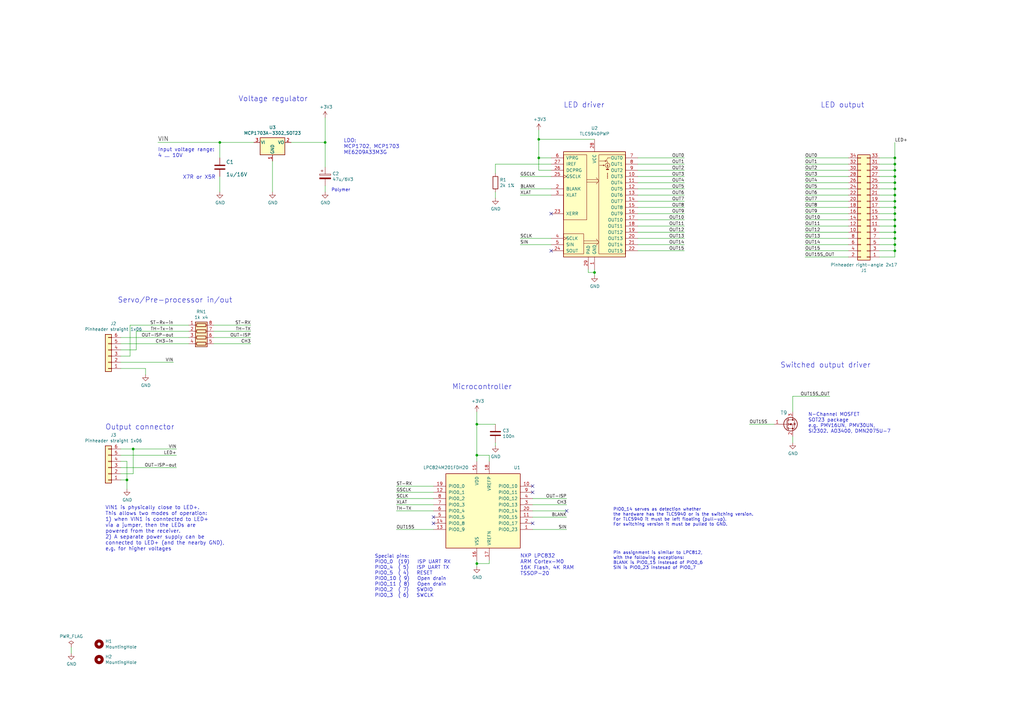
<source format=kicad_sch>
(kicad_sch (version 20211123) (generator eeschema)
  (paper "A3")
  (title_block (title "DIY RC Light Controller Mk4P") (date "2025-01-12") (rev "4") (company "LANE Boys RC") (comment 1 "laneboysrc@gmail.com"))
  (lib_symbols
    (symbol "Connector_Generic:Conn_01x06" (pin_names (offset 1.016) hide)
      (property "Reference" "J" (at 0 7.62 0))
      (property "Value" "Conn_01x06" (at 0 -10.16 0))
      (symbol "Conn_01x06_1_1"
        (rectangle (start -1.27 -7.493) (end 0 -7.747) (stroke (width 0.1524)))
        (rectangle (start -1.27 -4.953) (end 0 -5.207) (stroke (width 0.1524)))
        (rectangle (start -1.27 -2.413) (end 0 -2.667) (stroke (width 0.1524)))
        (rectangle (start -1.27 0.127) (end 0 -0.127) (stroke (width 0.1524)))
        (rectangle (start -1.27 2.667) (end 0 2.413) (stroke (width 0.1524)))
        (rectangle (start -1.27 5.207) (end 0 4.953) (stroke (width 0.1524)))
        (rectangle (start -1.27 6.35) (end 1.27 -8.89) (stroke (width 0.254)) (fill (type background)))
        (pin passive line (at -5.08 5.08 0) (length 3.81) (name "Pin_1") (number "1"))
        (pin passive line (at -5.08 2.54 0) (length 3.81) (name "Pin_2") (number "2"))
        (pin passive line (at -5.08 0 0) (length 3.81) (name "Pin_3") (number "3"))
        (pin passive line (at -5.08 -2.54 0) (length 3.81) (name "Pin_4") (number "4"))
        (pin passive line (at -5.08 -5.08 0) (length 3.81) (name "Pin_5") (number "5"))
        (pin passive line (at -5.08 -7.62 0) (length 3.81) (name "Pin_6") (number "6"))
      )
    )
    (symbol "Connector_Generic:Conn_02x17_Odd_Even" (pin_names (offset 1.016) hide)
      (property "Reference" "J" (at 1.27 22.86 0))
      (property "Value" "Conn_02x17_Odd_Even" (at 1.27 -22.86 0))
      (symbol "Conn_02x17_Odd_Even_1_1"
        (rectangle (start -1.27 -20.193) (end 0 -20.447) (stroke (width 0.1524)))
        (rectangle (start -1.27 -17.653) (end 0 -17.907) (stroke (width 0.1524)))
        (rectangle (start -1.27 -15.113) (end 0 -15.367) (stroke (width 0.1524)))
        (rectangle (start -1.27 -12.573) (end 0 -12.827) (stroke (width 0.1524)))
        (rectangle (start -1.27 -10.033) (end 0 -10.287) (stroke (width 0.1524)))
        (rectangle (start -1.27 -7.493) (end 0 -7.747) (stroke (width 0.1524)))
        (rectangle (start -1.27 -4.953) (end 0 -5.207) (stroke (width 0.1524)))
        (rectangle (start -1.27 -2.413) (end 0 -2.667) (stroke (width 0.1524)))
        (rectangle (start -1.27 0.127) (end 0 -0.127) (stroke (width 0.1524)))
        (rectangle (start -1.27 2.667) (end 0 2.413) (stroke (width 0.1524)))
        (rectangle (start -1.27 5.207) (end 0 4.953) (stroke (width 0.1524)))
        (rectangle (start -1.27 7.747) (end 0 7.493) (stroke (width 0.1524)))
        (rectangle (start -1.27 10.287) (end 0 10.033) (stroke (width 0.1524)))
        (rectangle (start -1.27 12.827) (end 0 12.573) (stroke (width 0.1524)))
        (rectangle (start -1.27 15.367) (end 0 15.113) (stroke (width 0.1524)))
        (rectangle (start -1.27 17.907) (end 0 17.653) (stroke (width 0.1524)))
        (rectangle (start -1.27 20.447) (end 0 20.193) (stroke (width 0.1524)))
        (rectangle (start -1.27 21.59) (end 3.81 -21.59) (stroke (width 0.254)) (fill (type background)))
        (rectangle (start 3.81 -20.193) (end 2.54 -20.447) (stroke (width 0.1524)))
        (rectangle (start 3.81 -17.653) (end 2.54 -17.907) (stroke (width 0.1524)))
        (rectangle (start 3.81 -15.113) (end 2.54 -15.367) (stroke (width 0.1524)))
        (rectangle (start 3.81 -12.573) (end 2.54 -12.827) (stroke (width 0.1524)))
        (rectangle (start 3.81 -10.033) (end 2.54 -10.287) (stroke (width 0.1524)))
        (rectangle (start 3.81 -7.493) (end 2.54 -7.747) (stroke (width 0.1524)))
        (rectangle (start 3.81 -4.953) (end 2.54 -5.207) (stroke (width 0.1524)))
        (rectangle (start 3.81 -2.413) (end 2.54 -2.667) (stroke (width 0.1524)))
        (rectangle (start 3.81 0.127) (end 2.54 -0.127) (stroke (width 0.1524)))
        (rectangle (start 3.81 2.667) (end 2.54 2.413) (stroke (width 0.1524)))
        (rectangle (start 3.81 5.207) (end 2.54 4.953) (stroke (width 0.1524)))
        (rectangle (start 3.81 7.747) (end 2.54 7.493) (stroke (width 0.1524)))
        (rectangle (start 3.81 10.287) (end 2.54 10.033) (stroke (width 0.1524)))
        (rectangle (start 3.81 12.827) (end 2.54 12.573) (stroke (width 0.1524)))
        (rectangle (start 3.81 15.367) (end 2.54 15.113) (stroke (width 0.1524)))
        (rectangle (start 3.81 17.907) (end 2.54 17.653) (stroke (width 0.1524)))
        (rectangle (start 3.81 20.447) (end 2.54 20.193) (stroke (width 0.1524)))
        (pin passive line (at -5.08 20.32 0) (length 3.81) (name "Pin_1") (number "1"))
        (pin passive line (at 7.62 10.16 180) (length 3.81) (name "Pin_10") (number "10"))
        (pin passive line (at -5.08 7.62 0) (length 3.81) (name "Pin_11") (number "11"))
        (pin passive line (at 7.62 7.62 180) (length 3.81) (name "Pin_12") (number "12"))
        (pin passive line (at -5.08 5.08 0) (length 3.81) (name "Pin_13") (number "13"))
        (pin passive line (at 7.62 5.08 180) (length 3.81) (name "Pin_14") (number "14"))
        (pin passive line (at -5.08 2.54 0) (length 3.81) (name "Pin_15") (number "15"))
        (pin passive line (at 7.62 2.54 180) (length 3.81) (name "Pin_16") (number "16"))
        (pin passive line (at -5.08 0 0) (length 3.81) (name "Pin_17") (number "17"))
        (pin passive line (at 7.62 0 180) (length 3.81) (name "Pin_18") (number "18"))
        (pin passive line (at -5.08 -2.54 0) (length 3.81) (name "Pin_19") (number "19"))
        (pin passive line (at 7.62 20.32 180) (length 3.81) (name "Pin_2") (number "2"))
        (pin passive line (at 7.62 -2.54 180) (length 3.81) (name "Pin_20") (number "20"))
        (pin passive line (at -5.08 -5.08 0) (length 3.81) (name "Pin_21") (number "21"))
        (pin passive line (at 7.62 -5.08 180) (length 3.81) (name "Pin_22") (number "22"))
        (pin passive line (at -5.08 -7.62 0) (length 3.81) (name "Pin_23") (number "23"))
        (pin passive line (at 7.62 -7.62 180) (length 3.81) (name "Pin_24") (number "24"))
        (pin passive line (at -5.08 -10.16 0) (length 3.81) (name "Pin_25") (number "25"))
        (pin passive line (at 7.62 -10.16 180) (length 3.81) (name "Pin_26") (number "26"))
        (pin passive line (at -5.08 -12.7 0) (length 3.81) (name "Pin_27") (number "27"))
        (pin passive line (at 7.62 -12.7 180) (length 3.81) (name "Pin_28") (number "28"))
        (pin passive line (at -5.08 -15.24 0) (length 3.81) (name "Pin_29") (number "29"))
        (pin passive line (at -5.08 17.78 0) (length 3.81) (name "Pin_3") (number "3"))
        (pin passive line (at 7.62 -15.24 180) (length 3.81) (name "Pin_30") (number "30"))
        (pin passive line (at -5.08 -17.78 0) (length 3.81) (name "Pin_31") (number "31"))
        (pin passive line (at 7.62 -17.78 180) (length 3.81) (name "Pin_32") (number "32"))
        (pin passive line (at -5.08 -20.32 0) (length 3.81) (name "Pin_33") (number "33"))
        (pin passive line (at 7.62 -20.32 180) (length 3.81) (name "Pin_34") (number "34"))
        (pin passive line (at 7.62 17.78 180) (length 3.81) (name "Pin_4") (number "4"))
        (pin passive line (at -5.08 15.24 0) (length 3.81) (name "Pin_5") (number "5"))
        (pin passive line (at 7.62 15.24 180) (length 3.81) (name "Pin_6") (number "6"))
        (pin passive line (at -5.08 12.7 0) (length 3.81) (name "Pin_7") (number "7"))
        (pin passive line (at 7.62 12.7 180) (length 3.81) (name "Pin_8") (number "8"))
        (pin passive line (at -5.08 10.16 0) (length 3.81) (name "Pin_9") (number "9"))
      )
    )
    (symbol "Device:C" (pin_numbers hide) (pin_names (offset 0.254))
      (property "Reference" "C" (at 0.635 2.54 0))
      (property "Value" "C" (at 0.635 -2.54 0))
      (symbol "C_0_1"
        (polyline (pts (xy -2.032 -0.762) (xy 2.032 -0.762)) (stroke (width 0.508)))
        (polyline (pts (xy -2.032 0.762) (xy 2.032 0.762)) (stroke (width 0.508)))
      )
      (symbol "C_1_1"
        (pin passive line (at 0 3.81 270) (length 2.794) (name "~") (number "1"))
        (pin passive line (at 0 -3.81 90) (length 2.794) (name "~") (number "2"))
      )
    )
    (symbol "Device:Q_NMOS_GSD" (pin_names (offset 0) hide)
      (property "Reference" "Q" (at 5.08 1.27 0))
      (property "Value" "Q_NMOS_GSD" (at 5.08 -1.27 0))
      (symbol "Q_NMOS_GSD_0_1"
        (polyline (pts (xy 0.254 0) (xy -2.54 0)))
        (polyline (pts (xy 0.254 1.905) (xy 0.254 -1.905)) (stroke (width 0.254)))
        (polyline (pts (xy 0.762 -1.27) (xy 0.762 -2.286)) (stroke (width 0.254)))
        (polyline (pts (xy 0.762 0.508) (xy 0.762 -0.508)) (stroke (width 0.254)))
        (polyline (pts (xy 0.762 2.286) (xy 0.762 1.27)) (stroke (width 0.254)))
        (polyline (pts (xy 2.54 2.54) (xy 2.54 1.778)))
        (polyline (pts (xy 2.54 -2.54) (xy 2.54 0) (xy 0.762 0)))
        (polyline (pts (xy 0.762 -1.778) (xy 3.302 -1.778) (xy 3.302 1.778) (xy 0.762 1.778)))
        (polyline (pts (xy 1.016 0) (xy 2.032 0.381) (xy 2.032 -0.381) (xy 1.016 0)) (fill (type outline)))
        (polyline (pts (xy 2.794 0.508) (xy 2.921 0.381) (xy 3.683 0.381) (xy 3.81 0.254)))
        (polyline (pts (xy 3.302 0.381) (xy 2.921 -0.254) (xy 3.683 -0.254) (xy 3.302 0.381)))
        (circle (center 1.651 0) (radius 2.794) (stroke (width 0.254)))
        (circle (center 2.54 -1.778) (radius 0.254) (fill (type outline)))
        (circle (center 2.54 1.778) (radius 0.254) (fill (type outline)))
      )
      (symbol "Q_NMOS_GSD_1_1"
        (pin input line (at -5.08 0 0) (length 2.54) (name "G") (number "1"))
        (pin passive line (at 2.54 -5.08 90) (length 2.54) (name "S") (number "2"))
        (pin passive line (at 2.54 5.08 270) (length 2.54) (name "D") (number "3"))
      )
    )
    (symbol "Device:R" (pin_numbers hide) (pin_names (offset 0))
      (property "Reference" "R" (at 2.032 0 90))
      (property "Value" "R" (at 0 0 90))
      (symbol "R_0_1"
        (rectangle (start -1.016 -2.54) (end 1.016 2.54) (stroke (width 0.254)))
      )
      (symbol "R_1_1"
        (pin passive line (at 0 3.81 270) (length 1.27) (name "~") (number "1"))
        (pin passive line (at 0 -3.81 90) (length 1.27) (name "~") (number "2"))
      )
    )
    (symbol "Device:R_Pack04" (pin_names (offset 0) hide)
      (property "Reference" "RN" (at -7.62 0 90))
      (property "Value" "R_Pack04" (at 5.08 0 90))
      (symbol "R_Pack04_0_1"
        (rectangle (start -6.35 -2.413) (end 3.81 2.413) (stroke (width 0.254)) (fill (type background)))
        (rectangle (start -5.715 1.905) (end -4.445 -1.905) (stroke (width 0.254)))
        (rectangle (start -3.175 1.905) (end -1.905 -1.905) (stroke (width 0.254)))
        (rectangle (start -0.635 1.905) (end 0.635 -1.905) (stroke (width 0.254)))
        (polyline (pts (xy -5.08 -2.54) (xy -5.08 -1.905)))
        (polyline (pts (xy -5.08 1.905) (xy -5.08 2.54)))
        (polyline (pts (xy -2.54 -2.54) (xy -2.54 -1.905)))
        (polyline (pts (xy -2.54 1.905) (xy -2.54 2.54)))
        (polyline (pts (xy 0 -2.54) (xy 0 -1.905)))
        (polyline (pts (xy 0 1.905) (xy 0 2.54)))
        (polyline (pts (xy 2.54 -2.54) (xy 2.54 -1.905)))
        (polyline (pts (xy 2.54 1.905) (xy 2.54 2.54)))
        (rectangle (start 1.905 1.905) (end 3.175 -1.905) (stroke (width 0.254)))
      )
      (symbol "R_Pack04_1_1"
        (pin passive line (at -5.08 -5.08 90) (length 2.54) (name "R1.1") (number "1"))
        (pin passive line (at -2.54 -5.08 90) (length 2.54) (name "R2.1") (number "2"))
        (pin passive line (at 0 -5.08 90) (length 2.54) (name "R3.1") (number "3"))
        (pin passive line (at 2.54 -5.08 90) (length 2.54) (name "R4.1") (number "4"))
        (pin passive line (at 2.54 5.08 270) (length 2.54) (name "R4.2") (number "5"))
        (pin passive line (at 0 5.08 270) (length 2.54) (name "R3.2") (number "6"))
        (pin passive line (at -2.54 5.08 270) (length 2.54) (name "R2.2") (number "7"))
        (pin passive line (at -5.08 5.08 270) (length 2.54) (name "R1.2") (number "8"))
      )
    )
    (symbol "Driver_LED:TLC5940PWP" (pin_names (offset 1.016))
      (property "Reference" "U" (at -12.7 22.225 0))
      (property "Value" "TLC5940PWP" (at 1.27 22.225 0))
      (symbol "TLC5940PWP_0_1"
        (rectangle (start -12.7 -21.59) (end -4.445 -13.335))
        (rectangle (start -12.7 19.05) (end -3.175 -7.62))
        (rectangle (start -12.7 20.32) (end 12.7 -22.86) (stroke (width 0.254)) (fill (type background)))
        (polyline (pts (xy -4.318 -16.256) (xy 1.27 -16.256)))
        (polyline (pts (xy -3.175 8.89) (xy 1.27 8.89)))
        (polyline (pts (xy 1.27 -17.272) (xy -4.318 -17.272)))
        (polyline (pts (xy 1.27 7.874) (xy -3.175 7.874)))
        (polyline (pts (xy 1.778 -16.764) (xy 0.762 -18.034)))
        (polyline (pts (xy 1.778 -16.764) (xy 0.762 -15.494)))
        (polyline (pts (xy 1.778 8.382) (xy 0.762 7.112)))
        (polyline (pts (xy 1.778 8.382) (xy 0.762 9.652)))
        (polyline (pts (xy 5.334 13.716) (xy 5.334 13.208)))
        (polyline (pts (xy 5.334 14.224) (xy 5.588 14.732)))
        (polyline (pts (xy 5.334 15.24) (xy 5.334 14.224) (xy 5.08 14.732)))
        (polyline (pts (xy 5.334 15.748) (xy 5.334 16.002) (xy 4.826 17.272)))
        (polyline (pts (xy 5.334 17.272) (xy 5.334 17.78) (xy 6.604 17.78)))
        (polyline (pts (xy 2.032 14.732) (xy 4.064 14.732) (xy 3.556 14.986) (xy 4.064 14.732) (xy 3.556 14.478)))
        (polyline (pts (xy 2.032 16.51) (xy 4.826 16.51) (xy 4.318 16.764) (xy 4.826 16.51) (xy 4.318 16.256)))
        (rectangle (start 1.778 19.05) (end 12.7 -21.59))
        (rectangle (start 4.826 13.208) (end 5.842 12.954) (fill (type outline)))
        (circle (center 5.334 9.525) (radius 0.127) (fill (type outline)))
        (circle (center 5.334 10.16) (radius 0.127) (fill (type outline)))
        (circle (center 5.334 10.795) (radius 0.127) (fill (type outline)))
        (circle (center 5.334 11.43) (radius 0.127) (fill (type outline)))
        (circle (center 5.334 14.732) (radius 0.9144))
      )
      (symbol "TLC5940PWP_1_1"
        (pin power_in line (at 0 -27.94 90) (length 5.08) (name "GND") (number "1"))
        (pin open_collector line (at 17.78 10.16 180) (length 5.08) (name "OUT3") (number "10"))
        (pin open_collector line (at 17.78 7.62 180) (length 5.08) (name "OUT4") (number "11"))
        (pin open_collector line (at 17.78 5.08 180) (length 5.08) (name "OUT5") (number "12"))
        (pin open_collector line (at 17.78 2.54 180) (length 5.08) (name "OUT6") (number "13"))
        (pin open_collector line (at 17.78 0 180) (length 5.08) (name "OUT7") (number "14"))
        (pin open_collector line (at 17.78 -2.54 180) (length 5.08) (name "OUT8") (number "15"))
        (pin open_collector line (at 17.78 -5.08 180) (length 5.08) (name "OUT9") (number "16"))
        (pin open_collector line (at 17.78 -7.62 180) (length 5.08) (name "OUT10") (number "17"))
        (pin open_collector line (at 17.78 -10.16 180) (length 5.08) (name "OUT11") (number "18"))
        (pin open_collector line (at 17.78 -12.7 180) (length 5.08) (name "OUT12") (number "19"))
        (pin input line (at -17.78 5.08 0) (length 5.08) (name "BLANK") (number "2"))
        (pin open_collector line (at 17.78 -15.24 180) (length 5.08) (name "OUT13") (number "20"))
        (pin open_collector line (at 17.78 -17.78 180) (length 5.08) (name "OUT14") (number "21"))
        (pin open_collector line (at 17.78 -20.32 180) (length 5.08) (name "OUT15") (number "22"))
        (pin open_collector line (at -17.78 -5.08 0) (length 5.08) (name "XERR") (number "23"))
        (pin output line (at -17.78 -20.32 0) (length 5.08) (name "SOUT") (number "24"))
        (pin input clock (at -17.78 10.16 0) (length 5.08) (name "GSCLK") (number "25"))
        (pin input line (at -17.78 12.7 0) (length 5.08) (name "DCPRG") (number "26"))
        (pin input line (at -17.78 15.24 0) (length 5.08) (name "IREF") (number "27"))
        (pin power_in line (at 0 25.4 270) (length 5.08) (name "VCC") (number "28"))
        (pin input line (at -2.54 -27.94 90) (length 5.08) (name "PAD") (number "29"))
        (pin input line (at -17.78 2.54 0) (length 5.08) (name "XLAT") (number "3"))
        (pin input clock (at -17.78 -15.24 0) (length 5.08) (name "SCLK") (number "4"))
        (pin input line (at -17.78 -17.78 0) (length 5.08) (name "SIN") (number "5"))
        (pin input line (at -17.78 17.78 0) (length 5.08) (name "VPRG") (number "6"))
        (pin open_collector line (at 17.78 17.78 180) (length 5.08) (name "OUT0") (number "7"))
        (pin open_collector line (at 17.78 15.24 180) (length 5.08) (name "OUT1") (number "8"))
        (pin open_collector line (at 17.78 12.7 180) (length 5.08) (name "OUT2") (number "9"))
      )
    )
    (symbol "MCU_NXP_LPC:LPC832M101FDH20" (pin_names (offset 1.016))
      (property "Reference" "U" (at -11.43 16.51 0))
      (property "Value" "LPC832M101FDH20" (at 21.59 16.51 0))
      (symbol "LPC832M101FDH20_0_1"
        (rectangle (start -15.24 15.24) (end 15.24 -15.24) (stroke (width 0.254)) (fill (type background)))
      )
      (symbol "LPC832M101FDH20_1_1"
        (pin bidirectional line (at 20.32 -7.62 180) (length 5.08) (name "PIO0_23") (number "1"))
        (pin bidirectional line (at 20.32 10.16 180) (length 5.08) (name "PIO0_10") (number "10"))
        (pin bidirectional line (at 20.32 -2.54 180) (length 5.08) (name "PIO0_15") (number "11"))
        (pin bidirectional line (at -20.32 7.62 0) (length 5.08) (name "PIO0_1") (number "12"))
        (pin bidirectional line (at -20.32 -7.62 0) (length 5.08) (name "PIO0_9") (number "13"))
        (pin bidirectional line (at -20.32 -5.08 0) (length 5.08) (name "PIO0_8") (number "14"))
        (pin power_in line (at -2.54 20.32 270) (length 5.08) (name "VDD") (number "15"))
        (pin power_in line (at -2.54 -20.32 90) (length 5.08) (name "VSS") (number "16"))
        (pin power_in line (at 2.54 -20.32 90) (length 5.08) (name "VREFN") (number "17"))
        (pin power_in line (at 2.54 20.32 270) (length 5.08) (name "VREFP") (number "18"))
        (pin bidirectional line (at -20.32 10.16 0) (length 5.08) (name "PIO0_0") (number "19"))
        (pin bidirectional line (at 20.32 -5.08 180) (length 5.08) (name "PIO0_17") (number "2"))
        (pin bidirectional line (at 20.32 0 180) (length 5.08) (name "PIO0_14") (number "20"))
        (pin bidirectional line (at 20.32 2.54 180) (length 5.08) (name "PIO0_13") (number "3"))
        (pin bidirectional line (at 20.32 5.08 180) (length 5.08) (name "PIO0_12") (number "4"))
        (pin bidirectional line (at -20.32 -2.54 0) (length 5.08) (name "PIO0_5") (number "5"))
        (pin bidirectional line (at -20.32 0 0) (length 5.08) (name "PIO0_4") (number "6"))
        (pin bidirectional line (at -20.32 2.54 0) (length 5.08) (name "PIO0_3") (number "7"))
        (pin bidirectional line (at -20.32 5.08 0) (length 5.08) (name "PIO0_2") (number "8"))
        (pin bidirectional line (at 20.32 7.62 180) (length 5.08) (name "PIO0_11") (number "9"))
      )
    )
    (symbol "Mechanical:MountingHole" (pin_names (offset 1.016))
      (property "Reference" "H" (at 0 5.08 0))
      (property "Value" "MountingHole" (at 0 3.175 0))
      (symbol "MountingHole_0_1"
        (circle (center 0 0) (radius 1.27) (stroke (width 1.27)))
      )
    )
    (symbol "power:+3V3" (power) (pin_names (offset 0))
      (property "Value" "+3V3" (at 0 3.556 0))
      (symbol "+3V3_0_1"
        (polyline (pts (xy -0.762 1.27) (xy 0 2.54)))
        (polyline (pts (xy 0 0) (xy 0 2.54)))
        (polyline (pts (xy 0 2.54) (xy 0.762 1.27)))
      )
      (symbol "+3V3_1_1"
        (pin power_in line (at 0 0 90) (length 0) hide (name "+3V3") (number "1"))
      )
    )
    (symbol "power:GND" (power) (pin_names (offset 0))
      (property "Value" "GND" (at 0 -3.81 0))
      (symbol "GND_0_1"
        (polyline (pts (xy 0 0) (xy 0 -1.27) (xy 1.27 -1.27) (xy 0 -2.54) (xy -1.27 -1.27) (xy 0 -1.27)))
      )
      (symbol "GND_1_1"
        (pin power_in line (at 0 0 270) (length 0) hide (name "GND") (number "1"))
      )
    )
    (symbol "power:PWR_FLAG" (power) (pin_numbers hide) (pin_names (offset 0) hide)
      (property "Value" "PWR_FLAG" (at 0 3.81 0))
      (symbol "PWR_FLAG_0_0"
        (pin power_out line (at 0 0 90) (length 0) (name "pwr") (number "1"))
      )
      (symbol "PWR_FLAG_0_1"
        (polyline (pts (xy 0 0) (xy 0 1.27) (xy -1.016 1.905) (xy 0 2.54) (xy 1.016 1.905) (xy 0 1.27)))
      )
    )
    (symbol "rc-light-controller-pinheader-lpc832-rescue:CP-Device" (pin_numbers hide) (pin_names (offset 0.254))
      (property "Reference" "C" (at 0.635 2.54 0))
      (property "Value" "CP-Device" (at 0.635 -2.54 0))
      (symbol "CP-Device_0_1"
        (rectangle (start -2.286 0.508) (end 2.286 1.016))
        (polyline (pts (xy -1.778 2.286) (xy -0.762 2.286)))
        (polyline (pts (xy -1.27 2.794) (xy -1.27 1.778)))
        (rectangle (start 2.286 -0.508) (end -2.286 -1.016) (fill (type outline)))
      )
      (symbol "CP-Device_1_1"
        (pin passive line (at 0 3.81 270) (length 2.794) (name "~") (number "1"))
        (pin passive line (at 0 -3.81 90) (length 2.794) (name "~") (number "2"))
      )
    )
    (symbol "rc-light-controller-pinheader-lpc832-rescue:MCP1703A-3302_SOT23-Regulator_Linear" (pin_names (offset 0.254))
      (property "Reference" "U" (at -3.81 3.175 0))
      (property "Value" "MCP1703A-3302_SOT23-Regulator_Linear" (at 0 3.175 0))
      (symbol "MCP1703A-3302_SOT23-Regulator_Linear_0_1"
        (rectangle (start -5.08 -5.08) (end 5.08 1.905) (stroke (width 0.254)) (fill (type background)))
      )
      (symbol "MCP1703A-3302_SOT23-Regulator_Linear_1_1"
        (pin power_in line (at 0 -7.62 90) (length 2.54) (name "GND") (number "1"))
        (pin power_out line (at 7.62 0 180) (length 2.54) (name "VO") (number "2"))
        (pin power_in line (at -7.62 0 0) (length 2.54) (name "VI") (number "3"))
      )
    )
  )
  (junction (at 367.03 82.55))
  (junction (at 54.61 184.15))
  (junction (at 367.03 74.93))
  (junction (at 195.58 231.14))
  (junction (at 367.03 95.25))
  (junction (at 367.03 97.79))
  (junction (at 220.98 57.15))
  (junction (at 195.58 186.69))
  (junction (at 195.58 173.99))
  (junction (at 367.03 87.63))
  (junction (at 367.03 102.87))
  (junction (at 367.03 85.09))
  (junction (at 367.03 77.47))
  (junction (at 52.07 196.85))
  (junction (at 90.17 58.42))
  (junction (at 367.03 69.85))
  (junction (at 367.03 80.01))
  (junction (at 367.03 67.31))
  (junction (at 133.35 58.42))
  (junction (at 220.98 64.77))
  (junction (at 367.03 100.33))
  (junction (at 367.03 64.77))
  (junction (at 367.03 72.39))
  (junction (at 367.03 90.17))
  (junction (at 367.03 92.71))
  (junction (at 243.84 111.76))
  (no_connect (at 226.06 87.63))
  (no_connect (at 232.41 209.55))
  (no_connect (at 177.8 214.63))
  (no_connect (at 226.06 102.87))
  (no_connect (at 218.44 199.39))
  (no_connect (at 218.44 214.63))
  (no_connect (at 218.44 201.93))
  (no_connect (at 177.8 212.09))
  (wire (pts (xy 330.2 69.85) (xy 347.98 69.85)))
  (wire (pts (xy 213.36 97.79) (xy 226.06 97.79)))
  (wire (pts (xy 307.34 173.99) (xy 317.5 173.99)))
  (wire (pts (xy 367.03 90.17) (xy 367.03 92.71)))
  (wire (pts (xy 49.53 194.31) (xy 54.61 194.31)))
  (wire (pts (xy 367.03 85.09) (xy 367.03 87.63)))
  (wire (pts (xy 195.58 229.87) (xy 195.58 231.14)))
  (wire (pts (xy 162.56 201.93) (xy 177.8 201.93)))
  (wire (pts (xy 330.2 82.55) (xy 347.98 82.55)))
  (wire (pts (xy 226.06 69.85) (xy 220.98 69.85)))
  (wire (pts (xy 241.3 111.76) (xy 243.84 111.76)))
  (wire (pts (xy 360.68 85.09) (xy 367.03 85.09)))
  (wire (pts (xy 90.17 78.74) (xy 90.17 72.39)))
  (wire (pts (xy 261.62 72.39) (xy 280.67 72.39)))
  (wire (pts (xy 243.84 57.15) (xy 220.98 57.15)))
  (wire (pts (xy 367.03 100.33) (xy 367.03 102.87)))
  (wire (pts (xy 54.61 194.31) (xy 54.61 184.15)))
  (wire (pts (xy 220.98 64.77) (xy 220.98 57.15)))
  (wire (pts (xy 49.53 184.15) (xy 54.61 184.15)))
  (wire (pts (xy 29.21 265.43) (xy 29.21 267.97)))
  (wire (pts (xy 360.68 95.25) (xy 367.03 95.25)))
  (wire (pts (xy 243.84 111.76) (xy 243.84 113.03)))
  (wire (pts (xy 203.2 67.31) (xy 203.2 71.12)))
  (wire (pts (xy 261.62 97.79) (xy 280.67 97.79)))
  (wire (pts (xy 213.36 72.39) (xy 226.06 72.39)))
  (wire (pts (xy 330.2 95.25) (xy 347.98 95.25)))
  (wire (pts (xy 367.03 72.39) (xy 367.03 69.85)))
  (wire (pts (xy 261.62 69.85) (xy 280.67 69.85)))
  (wire (pts (xy 367.03 64.77) (xy 367.03 58.42)))
  (wire (pts (xy 325.12 168.91) (xy 325.12 162.56)))
  (wire (pts (xy 241.3 110.49) (xy 241.3 111.76)))
  (wire (pts (xy 360.68 92.71) (xy 367.03 92.71)))
  (wire (pts (xy 360.68 80.01) (xy 367.03 80.01)))
  (wire (pts (xy 261.62 82.55) (xy 280.67 82.55)))
  (wire (pts (xy 330.2 64.77) (xy 347.98 64.77)))
  (wire (pts (xy 367.03 72.39) (xy 360.68 72.39)))
  (wire (pts (xy 330.2 97.79) (xy 347.98 97.79)))
  (wire (pts (xy 360.68 90.17) (xy 367.03 90.17)))
  (wire (pts (xy 232.41 207.01) (xy 218.44 207.01)))
  (wire (pts (xy 261.62 92.71) (xy 280.67 92.71)))
  (wire (pts (xy 367.03 69.85) (xy 367.03 67.31)))
  (wire (pts (xy 330.2 72.39) (xy 347.98 72.39)))
  (wire (pts (xy 49.53 148.59) (xy 71.12 148.59)))
  (wire (pts (xy 367.03 97.79) (xy 367.03 100.33)))
  (wire (pts (xy 226.06 77.47) (xy 213.36 77.47)))
  (wire (pts (xy 133.35 76.2) (xy 133.35 78.74)))
  (wire (pts (xy 330.2 74.93) (xy 347.98 74.93)))
  (wire (pts (xy 59.69 151.13) (xy 49.53 151.13)))
  (wire (pts (xy 330.2 85.09) (xy 347.98 85.09)))
  (wire (pts (xy 261.62 102.87) (xy 280.67 102.87)))
  (wire (pts (xy 330.2 67.31) (xy 347.98 67.31)))
  (wire (pts (xy 90.17 64.77) (xy 90.17 58.42)))
  (wire (pts (xy 243.84 110.49) (xy 243.84 111.76)))
  (wire (pts (xy 360.68 105.41) (xy 367.03 105.41)))
  (wire (pts (xy 325.12 179.07) (xy 325.12 181.61)))
  (wire (pts (xy 232.41 204.47) (xy 218.44 204.47)))
  (wire (pts (xy 72.39 191.77) (xy 49.53 191.77)))
  (wire (pts (xy 111.76 66.04) (xy 111.76 78.74)))
  (wire (pts (xy 261.62 90.17) (xy 280.67 90.17)))
  (wire (pts (xy 360.68 100.33) (xy 367.03 100.33)))
  (wire (pts (xy 102.87 133.35) (xy 87.63 133.35)))
  (wire (pts (xy 367.03 80.01) (xy 367.03 82.55)))
  (wire (pts (xy 119.38 58.42) (xy 133.35 58.42)))
  (wire (pts (xy 203.2 78.74) (xy 203.2 81.28)))
  (wire (pts (xy 261.62 95.25) (xy 280.67 95.25)))
  (wire (pts (xy 200.66 229.87) (xy 200.66 231.14)))
  (wire (pts (xy 53.34 133.35) (xy 53.34 146.05)))
  (wire (pts (xy 360.68 82.55) (xy 367.03 82.55)))
  (wire (pts (xy 49.53 186.69) (xy 72.39 186.69)))
  (wire (pts (xy 367.03 87.63) (xy 367.03 90.17)))
  (wire (pts (xy 330.2 87.63) (xy 347.98 87.63)))
  (wire (pts (xy 200.66 231.14) (xy 195.58 231.14)))
  (wire (pts (xy 360.68 102.87) (xy 367.03 102.87)))
  (wire (pts (xy 232.41 209.55) (xy 218.44 209.55)))
  (wire (pts (xy 55.88 143.51) (xy 49.53 143.51)))
  (wire (pts (xy 55.88 135.89) (xy 55.88 143.51)))
  (wire (pts (xy 49.53 138.43) (xy 77.47 138.43)))
  (wire (pts (xy 367.03 77.47) (xy 367.03 74.93)))
  (wire (pts (xy 360.68 77.47) (xy 367.03 77.47)))
  (wire (pts (xy 53.34 133.35) (xy 77.47 133.35)))
  (wire (pts (xy 177.8 199.39) (xy 162.56 199.39)))
  (wire (pts (xy 203.2 67.31) (xy 226.06 67.31)))
  (wire (pts (xy 203.2 173.99) (xy 195.58 173.99)))
  (wire (pts (xy 133.35 58.42) (xy 133.35 48.26)))
  (wire (pts (xy 203.2 181.61) (xy 203.2 182.88)))
  (wire (pts (xy 52.07 189.23) (xy 52.07 196.85)))
  (wire (pts (xy 360.68 87.63) (xy 367.03 87.63)))
  (wire (pts (xy 55.88 135.89) (xy 77.47 135.89)))
  (wire (pts (xy 162.56 204.47) (xy 177.8 204.47)))
  (wire (pts (xy 261.62 74.93) (xy 280.67 74.93)))
  (wire (pts (xy 133.35 58.42) (xy 133.35 68.58)))
  (wire (pts (xy 330.2 92.71) (xy 347.98 92.71)))
  (wire (pts (xy 195.58 231.14) (xy 195.58 232.41)))
  (wire (pts (xy 232.41 217.17) (xy 218.44 217.17)))
  (wire (pts (xy 367.03 95.25) (xy 367.03 97.79)))
  (wire (pts (xy 360.68 74.93) (xy 367.03 74.93)))
  (wire (pts (xy 195.58 168.91) (xy 195.58 173.99)))
  (wire (pts (xy 200.66 189.23) (xy 200.66 186.69)))
  (wire (pts (xy 195.58 186.69) (xy 195.58 189.23)))
  (wire (pts (xy 232.41 212.09) (xy 218.44 212.09)))
  (wire (pts (xy 261.62 64.77) (xy 280.67 64.77)))
  (wire (pts (xy 261.62 87.63) (xy 280.67 87.63)))
  (wire (pts (xy 367.03 67.31) (xy 367.03 64.77)))
  (wire (pts (xy 49.53 196.85) (xy 52.07 196.85)))
  (wire (pts (xy 367.03 80.01) (xy 367.03 77.47)))
  (wire (pts (xy 261.62 80.01) (xy 280.67 80.01)))
  (wire (pts (xy 360.68 64.77) (xy 367.03 64.77)))
  (wire (pts (xy 261.62 67.31) (xy 280.67 67.31)))
  (wire (pts (xy 360.68 69.85) (xy 367.03 69.85)))
  (wire (pts (xy 347.98 102.87) (xy 330.2 102.87)))
  (wire (pts (xy 367.03 82.55) (xy 367.03 85.09)))
  (wire (pts (xy 49.53 189.23) (xy 52.07 189.23)))
  (wire (pts (xy 261.62 77.47) (xy 280.67 77.47)))
  (wire (pts (xy 54.61 184.15) (xy 72.39 184.15)))
  (wire (pts (xy 330.2 80.01) (xy 347.98 80.01)))
  (wire (pts (xy 330.2 100.33) (xy 347.98 100.33)))
  (wire (pts (xy 162.56 217.17) (xy 177.8 217.17)))
  (wire (pts (xy 200.66 186.69) (xy 195.58 186.69)))
  (wire (pts (xy 102.87 140.97) (xy 87.63 140.97)))
  (wire (pts (xy 49.53 140.97) (xy 77.47 140.97)))
  (wire (pts (xy 367.03 102.87) (xy 367.03 105.41)))
  (wire (pts (xy 90.17 58.42) (xy 104.14 58.42)))
  (wire (pts (xy 162.56 209.55) (xy 177.8 209.55)))
  (wire (pts (xy 325.12 162.56) (xy 340.36 162.56)))
  (wire (pts (xy 360.68 67.31) (xy 367.03 67.31)))
  (wire (pts (xy 330.2 77.47) (xy 347.98 77.47)))
  (wire (pts (xy 213.36 100.33) (xy 226.06 100.33)))
  (wire (pts (xy 367.03 92.71) (xy 367.03 95.25)))
  (wire (pts (xy 226.06 64.77) (xy 220.98 64.77)))
  (wire (pts (xy 53.34 146.05) (xy 49.53 146.05)))
  (wire (pts (xy 261.62 85.09) (xy 280.67 85.09)))
  (wire (pts (xy 213.36 80.01) (xy 226.06 80.01)))
  (wire (pts (xy 59.69 153.67) (xy 59.69 151.13)))
  (wire (pts (xy 52.07 196.85) (xy 52.07 200.66)))
  (wire (pts (xy 360.68 97.79) (xy 367.03 97.79)))
  (wire (pts (xy 195.58 173.99) (xy 195.58 186.69)))
  (wire (pts (xy 220.98 69.85) (xy 220.98 64.77)))
  (wire (pts (xy 162.56 207.01) (xy 177.8 207.01)))
  (wire (pts (xy 220.98 53.34) (xy 220.98 57.15)))
  (wire (pts (xy 102.87 135.89) (xy 87.63 135.89)))
  (wire (pts (xy 330.2 90.17) (xy 347.98 90.17)))
  (wire (pts (xy 87.63 138.43) (xy 102.87 138.43)))
  (wire (pts (xy 330.2 105.41) (xy 347.98 105.41)))
  (wire (pts (xy 64.77 58.42) (xy 90.17 58.42)))
  (wire (pts (xy 367.03 74.93) (xy 367.03 72.39)))
  (wire (pts (xy 261.62 100.33) (xy 280.67 100.33)))
  (text "N-Channel MOSFET\nSOT23 package\ne.g. PMV16UN, PMV30UN, \nSI2302. AO3400, DMN2075U-7" (at 331.47 177.8 0) (effects (font (size 1.4224 1.4224)) (justify left bottom)))
  (text "LED driver" (at 231.14 44.45 0) (effects (font (size 2.159 2.159)) (justify left bottom)))
  (text "Microcontroller" (at 185.42 160.02 0) (effects (font (size 2.159 2.159)) (justify left bottom)))
  (text "LED output" (at 336.55 44.45 0) (effects (font (size 2.159 2.159)) (justify left bottom)))
  (text "Special pins:\nPIO0_0  (19)   ISP UART RX\nPIO0_4  ( 5)   ISP UART TX\nPIO0_5  ( 4)   RESET\nPIO0_10 ( 9)   Open drain\nPIO0_11 ( 8)   Open drain\nPIO0_2  ( 7)   SWDIO\nPIO0_3  ( 6)   SWCLK" (at 153.67 245.11 0) (effects (font (size 1.4224 1.4224)) (justify left bottom)))
  (text "LDO: \nMCP1702, MCP1703\nME6209A33M3G" (at 140.97 63.5 0) (effects (font (size 1.4986 1.4986)) (justify left bottom)))
  (text "X7R or X5R" (at 74.93 73.66 0) (effects (font (size 1.4986 1.4986)) (justify left bottom)))
  (text "PIO0_14 serves as detection whether \nthe hardware has the TLC5940 or is the switching version. \nFor TLC5940 it must be left floating (pull-up).\nFor switching version it must be pulled to GND." (at 251.46 215.9 0) (effects (font (size 1.27 1.27)) (justify left bottom)))
  (text "Polymer" (at 135.89 78.74 0) (effects (font (size 1.27 1.27)) (justify left bottom)))
  (text "Pin assignment is similar to LPC812,\nwith the following exceptions:\nBLANK is PIO0_15 instesad of PIO0_6\nSIN is PIO0_23 instesad of PIO0_7" (at 251.46 233.68 0) (effects (font (size 1.27 1.27)) (justify left bottom)))
  (text "VIN1 is physically close to LED+.\nThis allows two modes of operation:\n1) when VIN1 is conntected to LED+\nvia a jumper, then the LEDs are \npowered from the receiver.\n2) A separate power supply can be \nconnected to LED+ (and the nearby GND),\ne.g. for higher voltages" (at 43.18 226.06 0) (effects (font (size 1.4986 1.4986)) (justify left bottom)))
  (text "Voltage regulator" (at 97.79 41.91 0) (effects (font (size 2.159 2.159)) (justify left bottom)))
  (text "Servo/Pre-processor in/out" (at 48.26 124.46 0) (effects (font (size 2.159 2.159)) (justify left bottom)))
  (text "Switched output driver" (at 320.04 151.13 0) (effects (font (size 2.159 2.159)) (justify left bottom)))
  (text "NXP LPC832\nARM Cortex-M0\n16K Flash, 4K RAM\nTSSOP-20" (at 213.36 236.22 0) (effects (font (size 1.4986 1.4986)) (justify left bottom)))
  (text "Output connector" (at 43.18 176.53 0) (effects (font (size 2.159 2.159)) (justify left bottom)))
  (text "Input voltage range:\n4 ... 10V" (at 64.77 64.77 0) (effects (font (size 1.4986 1.4986)) (justify left bottom)))
  (label "OUT4" (at 330.2 74.93 0))
  (label "OUT9" (at 330.2 87.63 0))
  (label "OUT13" (at 280.67 97.79 180))
  (label "CH3" (at 232.41 207.01 180))
  (label "OUT-ISP-out" (at 71.12 138.43 180))
  (label "TH-TX" (at 162.56 209.55 0))
  (label "CH3-in" (at 71.12 140.97 180))
  (label "OUT2" (at 330.2 69.85 0))
  (label "OUT0" (at 330.2 64.77 0))
  (label "OUT12" (at 280.67 95.25 180))
  (label "XLAT" (at 162.56 207.01 0))
  (label "SIN" (at 213.36 100.33 0))
  (label "XLAT" (at 213.36 80.01 0))
  (label "OUT3" (at 330.2 72.39 0))
  (label "OUT12" (at 330.2 95.25 0))
  (label "OUT15S" (at 307.34 173.99 0))
  (label "OUT1" (at 280.67 67.31 180))
  (label "SCLK" (at 213.36 97.79 0))
  (label "OUT8" (at 330.2 85.09 0))
  (label "GSCLK" (at 162.56 201.93 0))
  (label "OUT10" (at 330.2 90.17 0))
  (label "OUT2" (at 280.67 69.85 180))
  (label "LED+" (at 367.03 58.42 0))
  (label "OUT-ISP" (at 102.87 138.43 180))
  (label "OUT15S" (at 162.56 217.17 0))
  (label "OUT7" (at 280.67 82.55 180))
  (label "ST-RX" (at 162.56 199.39 0))
  (label "TH-TX" (at 102.87 135.89 180))
  (label "BLANK" (at 232.41 212.09 180))
  (label "LED+" (at 72.39 186.69 180))
  (label "OUT-ISP" (at 232.41 204.47 180))
  (label "VIN" (at 71.12 148.59 180))
  (label "OUT6" (at 280.67 80.01 180))
  (label "OUT9" (at 280.67 87.63 180))
  (label "VIN" (at 64.77 58.42 0) (effects (font (size 1.778 1.778))))
  (label "OUT11" (at 330.2 92.71 0))
  (label "OUT15" (at 330.2 102.87 0))
  (label "OUT3" (at 280.67 72.39 180))
  (label "OUT7" (at 330.2 82.55 0))
  (label "SIN" (at 232.41 217.17 180))
  (label "VIN" (at 72.39 184.15 180))
  (label "OUT5" (at 330.2 77.47 0))
  (label "OUT6" (at 330.2 80.01 0))
  (label "OUT10" (at 280.67 90.17 180))
  (label "TH-Tx-in" (at 71.12 135.89 180))
  (label "OUT15S_OUT" (at 330.2 105.41 0))
  (label "OUT14" (at 280.67 100.33 180))
  (label "ST-RX" (at 102.87 133.35 180))
  (label "ST-Rx-in" (at 71.12 133.35 180))
  (label "OUT5" (at 280.67 77.47 180))
  (label "OUT4" (at 280.67 74.93 180))
  (label "GSCLK" (at 213.36 72.39 0))
  (label "OUT0" (at 280.67 64.77 180))
  (label "OUT8" (at 280.67 85.09 180))
  (label "OUT13" (at 330.2 97.79 0))
  (label "OUT14" (at 330.2 100.33 0))
  (label "OUT-ISP-out" (at 72.39 191.77 180))
  (label "BLANK" (at 213.36 77.47 0))
  (label "OUT15S_OUT" (at 340.36 162.56 180))
  (label "CH3" (at 102.87 140.97 180))
  (label "SCLK" (at 162.56 204.47 0))
  (label "OUT11" (at 280.67 92.71 180))
  (label "OUT1" (at 330.2 67.31 0))
  (label "OUT15" (at 280.67 102.87 180))
  (symbol (lib_id "Device:C") (at 90.17 68.58 0) (unit 1)
    (property "Reference" "C1" (at 92.71 67.31 0) (effects (font (size 1.4986 1.4986)) (justify left bottom)))
    (property "Value" "1u/16V" (at 92.71 72.39 0) (effects (font (size 1.4986 1.4986)) (justify left bottom)))
    (property "Footprint" "Capacitor_SMD:C_0805_2012Metric" (effects hide))
  )
  (symbol (lib_id "power:PWR_FLAG") (at 29.21 265.43 0) (unit 1)
    (property "Reference" "#FLG0101" (effects hide))
    (property "Value" "PWR_FLAG" (at 29.21 261.0104 0))
  )
  (symbol (lib_id "rc-light-controller-pinheader-lpc832-rescue:CP-Device") (at 133.35 72.39 0) (unit 1)
    (property "Reference" "C2" (at 136.3472 71.2216 0) (effects (justify left)))
    (property "Value" "47u/6V3" (at 136.3472 73.533 0) (effects (justify left)))
    (property "Footprint" "Capacitor_SMD:C_0805_2012Metric" (effects hide))
    (property "Datasheet" "https://www.vishay.com/doc?40189" (effects hide))
  )
  (symbol (lib_id "power:GND") (at 59.69 153.67 0) (unit 1)
    (property "Reference" "#PWR0101" (effects hide))
    (property "Value" "GND" (at 59.817 158.0642 0))
  )
  (symbol (lib_id "power:GND") (at 195.58 232.41 0) (unit 1)
    (property "Reference" "#PWR0103" (effects hide))
    (property "Value" "GND" (at 195.707 236.8042 0))
  )
  (symbol (lib_id "power:GND") (at 90.17 78.74 0) (unit 1)
    (property "Reference" "#PWR0104" (effects hide))
    (property "Value" "GND" (at 90.297 83.1342 0))
  )
  (symbol (lib_id "power:GND") (at 111.76 78.74 0) (unit 1)
    (property "Reference" "#PWR0105" (effects hide))
    (property "Value" "GND" (at 111.887 83.1342 0))
  )
  (symbol (lib_id "power:GND") (at 133.35 78.74 0) (unit 1)
    (property "Reference" "#PWR0106" (effects hide))
    (property "Value" "GND" (at 133.477 83.1342 0))
  )
  (symbol (lib_id "power:GND") (at 29.21 267.97 0) (unit 1)
    (property "Reference" "#PWR0111" (effects hide))
    (property "Value" "GND" (at 29.337 272.3642 0))
  )
  (symbol (lib_id "Device:Q_NMOS_GSD") (at 322.58 173.99 0) (unit 1)
    (property "Reference" "T9" (at 320.04 170.18 0) (effects (font (size 1.4986 1.4986)) (justify left bottom)))
    (property "Value" "PMV30UN" (effects hide))
    (property "Footprint" "Package_TO_SOT_SMD:SOT-23" (effects hide))
    (property "Datasheet" "https://assets.nexperia.com/documents/data-sheet/PMV30UN.pdf" (effects hide))
  )
  (symbol (lib_id "power:GND") (at 325.12 181.61 0) (unit 1)
    (property "Reference" "#PWR01" (effects hide))
    (property "Value" "GND" (at 325.247 186.0042 0))
  )
  (symbol (lib_id "power:GND") (at 52.07 200.66 0) (unit 1)
    (property "Reference" "#PWR02" (effects hide))
    (property "Value" "GND" (at 52.197 205.0542 0))
  )
  (symbol (lib_id "Device:R_Pack04") (at 82.55 138.43 270) (unit 1)
    (property "Reference" "RN1" (at 82.55 127.8382 90))
    (property "Value" "1k x4" (at 82.55 130.1496 90))
    (property "Footprint" "Resistor_SMD:R_Array_Convex_4x0603" (effects hide))
    (property "Datasheet" "https://datasheet.lcsc.com/szlcsc/1810311812_UNI-ROYAL-Uniroyal-Elec-4D03WGJ0102T5E_C20197.pdf" (effects hide))
  )
  (symbol (lib_id "Connector_Generic:Conn_02x17_Odd_Even") (at 355.6 85.09 180) (unit 1)
    (property "Reference" "J1" (at 354.33 110.9218 0))
    (property "Value" "Pinheader right-angle 2x17" (at 354.33 108.6104 0))
    (property "Footprint" "Connector_PinHeader_2.54mm:PinHeader_2x17_P2.54mm_Horizontal" (effects hide))
  )
  (symbol (lib_id "power:+3V3") (at 133.35 48.26 0) (unit 1)
    (property "Reference" "#PWR05" (effects hide))
    (property "Value" "+3V3" (at 133.731 43.8658 0))
  )
  (symbol (lib_id "power:+3V3") (at 220.98 53.34 0) (unit 1)
    (property "Reference" "#PWR08" (effects hide))
    (property "Value" "+3V3" (at 221.361 48.9458 0))
  )
  (symbol (lib_id "Driver_LED:TLC5940PWP") (at 243.84 82.55 0) (unit 1)
    (property "Reference" "U2" (at 243.84 52.5526 0))
    (property "Value" "TLC5940PWP" (at 243.84 54.864 0))
    (property "Footprint" "rc-light-controller-tlc5940-lpc812:SOP65P640X120-29N" (effects hide))
    (property "Datasheet" "http://www.ti.com/lit/ds/symlink/tlc5940.pdf" (effects hide))
  )
  (symbol (lib_id "power:+3V3") (at 195.58 168.91 0) (unit 1)
    (property "Reference" "#PWR07" (effects hide))
    (property "Value" "+3V3" (at 195.961 164.5158 0))
  )
  (symbol (lib_id "Connector_Generic:Conn_01x06") (at 44.45 146.05 180) (unit 1)
    (property "Reference" "J2" (at 46.5328 132.715 0))
    (property "Value" "Pinheader straight 1x06" (at 46.5328 135.0264 0))
    (property "Footprint" "rc-light-controller-tlc5940-lpc812:PinHeader_1x06_P2.54mm_Flat" (effects hide))
  )
  (symbol (lib_id "power:GND") (at 243.84 113.03 0) (unit 1)
    (property "Reference" "#PWR06" (effects hide))
    (property "Value" "GND" (at 243.967 117.4242 0))
  )
  (symbol (lib_id "Device:R") (at 203.2 74.93 0) (unit 1)
    (property "Reference" "R1" (at 204.978 73.7616 0) (effects (justify left)))
    (property "Value" "2k 1%" (at 204.978 76.073 0) (effects (justify left)))
    (property "Footprint" "Resistor_SMD:R_0603_1608Metric" (effects hide))
  )
  (symbol (lib_id "power:GND") (at 203.2 81.28 0) (unit 1)
    (property "Reference" "#PWR04" (effects hide))
    (property "Value" "GND" (at 203.327 85.6742 0))
  )
  (symbol (lib_id "Device:C") (at 203.2 177.8 0) (unit 1)
    (property "Reference" "C3" (at 206.121 176.6316 0) (effects (justify left)))
    (property "Value" "100n" (at 206.121 178.943 0) (effects (justify left)))
    (property "Footprint" "Capacitor_SMD:C_0603_1608Metric" (effects hide))
  )
  (symbol (lib_id "power:GND") (at 203.2 182.88 0) (unit 1)
    (property "Reference" "#PWR03" (effects hide))
    (property "Value" "GND" (at 203.327 187.2742 0))
  )
  (symbol (lib_id "Connector_Generic:Conn_01x06") (at 44.45 191.77 180) (unit 1)
    (property "Reference" "J3" (at 46.5328 178.435 0))
    (property "Value" "Pinheader straight 1x06" (at 46.5328 180.7464 0))
    (property "Footprint" "rc-light-controller-tlc5940-lpc812:PinHeader_1x06_P2.54mm_Flat" (effects hide))
  )
  (symbol (lib_id "Mechanical:MountingHole") (at 40.64 264.16 0) (unit 1)
    (property "Reference" "H1" (at 43.18 262.9916 0) (effects (justify left)))
    (property "Value" "MountingHole" (at 43.18 265.303 0) (effects (justify left)))
    (property "Footprint" "MountingHole:MountingHole_2.2mm_M2_ISO14580" (effects hide))
  )
  (symbol (lib_id "Mechanical:MountingHole") (at 40.64 270.51 0) (unit 1)
    (property "Reference" "H2" (at 43.18 269.3416 0) (effects (justify left)))
    (property "Value" "MountingHole" (at 43.18 271.653 0) (effects (justify left)))
    (property "Footprint" "MountingHole:MountingHole_2.2mm_M2_ISO14580" (effects hide))
  )
  (symbol (lib_id "rc-light-controller-pinheader-lpc832-rescue:MCP1703A-3302_SOT23-Regulator_Linear") (at 111.76 58.42 0) (unit 1)
    (property "Reference" "U3" (at 111.76 52.2732 0))
    (property "Value" "MCP1703A-3302_SOT23" (at 111.76 54.5846 0))
    (property "Footprint" "Package_TO_SOT_SMD:SOT-23W" (effects hide))
    (property "Datasheet" "http://ww1.microchip.com/downloads/en/DeviceDoc/20005122B.pdf" (effects hide))
  )
  (symbol (lib_id "MCU_NXP_LPC:LPC832M101FDH20") (at 198.12 209.55 0) (unit 1)
    (property "Reference" "U1" (at 212.09 191.77 0))
    (property "Value" "LPC824M201FDH20" (at 182.88 191.77 0))
    (property "Footprint" "Package_SO:TSSOP-20_4.4x6.5mm_P0.65mm" (effects hide))
    (property "Datasheet" "http://www.nxp.com/documents/data_sheet/LPC83X.pdf" (effects hide))
  )
)
</source>
